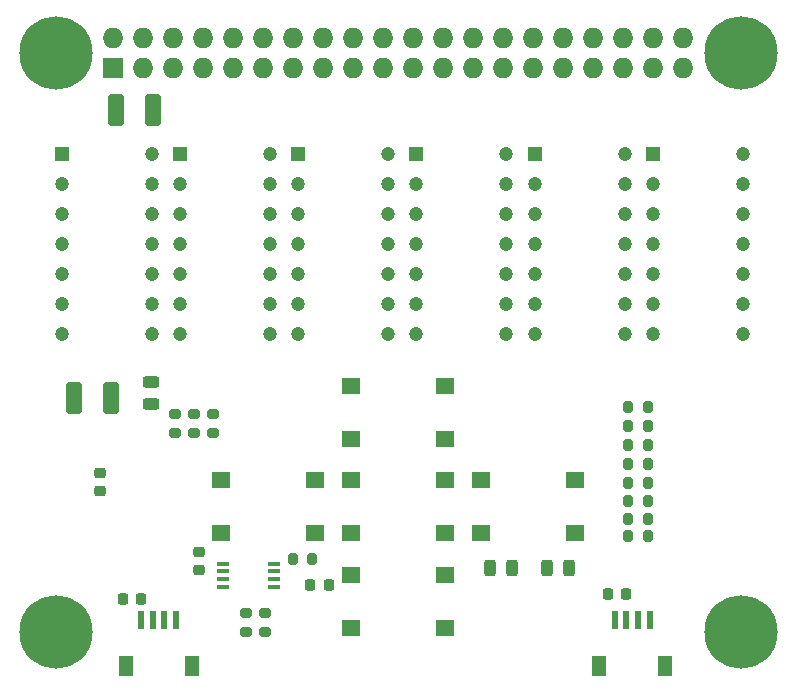
<source format=gts>
%TF.GenerationSoftware,KiCad,Pcbnew,7.0.8*%
%TF.CreationDate,2023-11-07T21:40:39+02:00*%
%TF.ProjectId,ltp_kikad,6c74705f-6b69-46b6-9164-2e6b69636164,rev?*%
%TF.SameCoordinates,Original*%
%TF.FileFunction,Soldermask,Top*%
%TF.FilePolarity,Negative*%
%FSLAX46Y46*%
G04 Gerber Fmt 4.6, Leading zero omitted, Abs format (unit mm)*
G04 Created by KiCad (PCBNEW 7.0.8) date 2023-11-07 21:40:39*
%MOMM*%
%LPD*%
G01*
G04 APERTURE LIST*
G04 Aperture macros list*
%AMRoundRect*
0 Rectangle with rounded corners*
0 $1 Rounding radius*
0 $2 $3 $4 $5 $6 $7 $8 $9 X,Y pos of 4 corners*
0 Add a 4 corners polygon primitive as box body*
4,1,4,$2,$3,$4,$5,$6,$7,$8,$9,$2,$3,0*
0 Add four circle primitives for the rounded corners*
1,1,$1+$1,$2,$3*
1,1,$1+$1,$4,$5*
1,1,$1+$1,$6,$7*
1,1,$1+$1,$8,$9*
0 Add four rect primitives between the rounded corners*
20,1,$1+$1,$2,$3,$4,$5,0*
20,1,$1+$1,$4,$5,$6,$7,0*
20,1,$1+$1,$6,$7,$8,$9,0*
20,1,$1+$1,$8,$9,$2,$3,0*%
G04 Aperture macros list end*
%ADD10R,1.200000X1.200000*%
%ADD11C,1.200000*%
%ADD12R,1.600000X1.400000*%
%ADD13RoundRect,0.225000X0.225000X0.250000X-0.225000X0.250000X-0.225000X-0.250000X0.225000X-0.250000X0*%
%ADD14R,0.600000X1.550000*%
%ADD15R,1.200000X1.800000*%
%ADD16RoundRect,0.243750X0.243750X0.456250X-0.243750X0.456250X-0.243750X-0.456250X0.243750X-0.456250X0*%
%ADD17RoundRect,0.243750X-0.243750X-0.456250X0.243750X-0.456250X0.243750X0.456250X-0.243750X0.456250X0*%
%ADD18RoundRect,0.200000X-0.275000X0.200000X-0.275000X-0.200000X0.275000X-0.200000X0.275000X0.200000X0*%
%ADD19RoundRect,0.225000X0.250000X-0.225000X0.250000X0.225000X-0.250000X0.225000X-0.250000X-0.225000X0*%
%ADD20C,6.200000*%
%ADD21RoundRect,0.200000X-0.200000X-0.275000X0.200000X-0.275000X0.200000X0.275000X-0.200000X0.275000X0*%
%ADD22RoundRect,0.250000X0.412500X1.100000X-0.412500X1.100000X-0.412500X-1.100000X0.412500X-1.100000X0*%
%ADD23RoundRect,0.225000X-0.225000X-0.250000X0.225000X-0.250000X0.225000X0.250000X-0.225000X0.250000X0*%
%ADD24R,1.727200X1.727200*%
%ADD25O,1.727200X1.727200*%
%ADD26R,1.100000X0.400000*%
%ADD27RoundRect,0.200000X0.200000X0.275000X-0.200000X0.275000X-0.200000X-0.275000X0.200000X-0.275000X0*%
%ADD28RoundRect,0.243750X0.456250X-0.243750X0.456250X0.243750X-0.456250X0.243750X-0.456250X-0.243750X0*%
G04 APERTURE END LIST*
D10*
%TO.C,DS6*%
X173017000Y-65150000D03*
D11*
X173017000Y-67690000D03*
X173017000Y-70230000D03*
X173017000Y-72770000D03*
X173017000Y-75310000D03*
X173017000Y-77850000D03*
X173017000Y-80390000D03*
X180637000Y-80390000D03*
X180637000Y-77850000D03*
X180637000Y-75310000D03*
X180637000Y-72770000D03*
X180637000Y-70230000D03*
X180637000Y-67690000D03*
X180637000Y-65150000D03*
%TD*%
D10*
%TO.C,DS3*%
X143017000Y-65149600D03*
D11*
X143017000Y-67689600D03*
X143017000Y-70229600D03*
X143017000Y-72769600D03*
X143017000Y-75309600D03*
X143017000Y-77849600D03*
X143017000Y-80389600D03*
X150637000Y-80389600D03*
X150637000Y-77849600D03*
X150637000Y-75309600D03*
X150637000Y-72769600D03*
X150637000Y-70229600D03*
X150637000Y-67689600D03*
X150637000Y-65149600D03*
%TD*%
D12*
%TO.C,SW4*%
X147460000Y-92750000D03*
X155460000Y-92750000D03*
X147460000Y-97250000D03*
X155460000Y-97250000D03*
%TD*%
D13*
%TO.C,C10*%
X170762000Y-102400000D03*
X169212000Y-102400000D03*
%TD*%
D14*
%TO.C,J3*%
X129687000Y-104600000D03*
X130687000Y-104600000D03*
X131687000Y-104600000D03*
X132687000Y-104600000D03*
D15*
X128387000Y-108475000D03*
X133987000Y-108475000D03*
%TD*%
D16*
%TO.C,D2*%
X165924500Y-100200000D03*
X164049500Y-100200000D03*
%TD*%
D17*
%TO.C,D3*%
X159249500Y-100200000D03*
X161124500Y-100200000D03*
%TD*%
D18*
%TO.C,R13*%
X138587000Y-104000000D03*
X138587000Y-105650000D03*
%TD*%
D19*
%TO.C,C8*%
X126187000Y-93675000D03*
X126187000Y-92125000D03*
%TD*%
D20*
%TO.C,*%
X122466800Y-105572200D03*
%TD*%
%TO.C,*%
X180466800Y-56572200D03*
%TD*%
D12*
%TO.C,SW5*%
X136460000Y-92750000D03*
X144460000Y-92750000D03*
X136460000Y-97250000D03*
X144460000Y-97250000D03*
%TD*%
D18*
%TO.C,R15*%
X140187000Y-104000000D03*
X140187000Y-105650000D03*
%TD*%
%TO.C,R2*%
X135787000Y-87125000D03*
X135787000Y-88775000D03*
%TD*%
D10*
%TO.C,DS5*%
X163017000Y-65150000D03*
D11*
X163017000Y-67690000D03*
X163017000Y-70230000D03*
X163017000Y-72770000D03*
X163017000Y-75310000D03*
X163017000Y-77850000D03*
X163017000Y-80390000D03*
X170637000Y-80390000D03*
X170637000Y-77850000D03*
X170637000Y-75310000D03*
X170637000Y-72770000D03*
X170637000Y-70230000D03*
X170637000Y-67690000D03*
X170637000Y-65150000D03*
%TD*%
D21*
%TO.C,R6*%
X170962000Y-89800000D03*
X172612000Y-89800000D03*
%TD*%
%TO.C,R9*%
X170962000Y-94500000D03*
X172612000Y-94500000D03*
%TD*%
D20*
%TO.C,*%
X180466800Y-105572200D03*
%TD*%
D10*
%TO.C,DS2*%
X133017000Y-65150000D03*
D11*
X133017000Y-67690000D03*
X133017000Y-70230000D03*
X133017000Y-72770000D03*
X133017000Y-75310000D03*
X133017000Y-77850000D03*
X133017000Y-80390000D03*
X140637000Y-80390000D03*
X140637000Y-77850000D03*
X140637000Y-75310000D03*
X140637000Y-72770000D03*
X140637000Y-70230000D03*
X140637000Y-67690000D03*
X140637000Y-65150000D03*
%TD*%
D10*
%TO.C,DS1*%
X123017000Y-65150000D03*
D11*
X123017000Y-67690000D03*
X123017000Y-70230000D03*
X123017000Y-72770000D03*
X123017000Y-75310000D03*
X123017000Y-77850000D03*
X123017000Y-80390000D03*
X130637000Y-80390000D03*
X130637000Y-77850000D03*
X130637000Y-75310000D03*
X130637000Y-72770000D03*
X130637000Y-70230000D03*
X130637000Y-67690000D03*
X130637000Y-65150000D03*
%TD*%
D18*
%TO.C,R3*%
X134187000Y-87150000D03*
X134187000Y-88800000D03*
%TD*%
D20*
%TO.C,*%
X122466800Y-56572200D03*
%TD*%
D12*
%TO.C,SW2*%
X147460000Y-84750000D03*
X155460000Y-84750000D03*
X147460000Y-89250000D03*
X155460000Y-89250000D03*
%TD*%
D22*
%TO.C,C6*%
X127149500Y-85800000D03*
X124024500Y-85800000D03*
%TD*%
D23*
%TO.C,C12*%
X144037000Y-101600000D03*
X145587000Y-101600000D03*
%TD*%
D12*
%TO.C,SW1*%
X158460000Y-92750000D03*
X166460000Y-92750000D03*
X158460000Y-97250000D03*
X166460000Y-97250000D03*
%TD*%
D19*
%TO.C,C11*%
X134587000Y-100350000D03*
X134587000Y-98800000D03*
%TD*%
D24*
%TO.C,J1*%
X127330000Y-57840000D03*
D25*
X127330000Y-55300000D03*
X129870000Y-57840000D03*
X129870000Y-55300000D03*
X132410000Y-57840000D03*
X132410000Y-55300000D03*
X134950000Y-57840000D03*
X134950000Y-55300000D03*
X137490000Y-57840000D03*
X137490000Y-55300000D03*
X140030000Y-57840000D03*
X140030000Y-55300000D03*
X142570000Y-57840000D03*
X142570000Y-55300000D03*
X145110000Y-57840000D03*
X145110000Y-55300000D03*
X147650000Y-57840000D03*
X147650000Y-55300000D03*
X150190000Y-57840000D03*
X150190000Y-55300000D03*
X152730000Y-57840000D03*
X152730000Y-55300000D03*
X155270000Y-57840000D03*
X155270000Y-55300000D03*
X157810000Y-57840000D03*
X157810000Y-55300000D03*
X160350000Y-57840000D03*
X160350000Y-55300000D03*
X162890000Y-57840000D03*
X162890000Y-55300000D03*
X165430000Y-57840000D03*
X165430000Y-55300000D03*
X167970000Y-57840000D03*
X167970000Y-55300000D03*
X170510000Y-57840000D03*
X170510000Y-55300000D03*
X173050000Y-57840000D03*
X173050000Y-55300000D03*
X175590000Y-57840000D03*
X175590000Y-55300000D03*
%TD*%
D26*
%TO.C,U1*%
X136637000Y-99825000D03*
X136637000Y-100475000D03*
X136637000Y-101125000D03*
X136637000Y-101775000D03*
X140937000Y-101775000D03*
X140937000Y-101125000D03*
X140937000Y-100475000D03*
X140937000Y-99825000D03*
%TD*%
D21*
%TO.C,R1*%
X170962000Y-91400000D03*
X172612000Y-91400000D03*
%TD*%
D27*
%TO.C,R16*%
X144212000Y-99400000D03*
X142562000Y-99400000D03*
%TD*%
D18*
%TO.C,R4*%
X132587000Y-87150000D03*
X132587000Y-88800000D03*
%TD*%
D22*
%TO.C,C7*%
X130749500Y-61400000D03*
X127624500Y-61400000D03*
%TD*%
D10*
%TO.C,DS4*%
X153017000Y-65149600D03*
D11*
X153017000Y-67689600D03*
X153017000Y-70229600D03*
X153017000Y-72769600D03*
X153017000Y-75309600D03*
X153017000Y-77849600D03*
X153017000Y-80389600D03*
X160637000Y-80389600D03*
X160637000Y-77849600D03*
X160637000Y-75309600D03*
X160637000Y-72769600D03*
X160637000Y-70229600D03*
X160637000Y-67689600D03*
X160637000Y-65149600D03*
%TD*%
D12*
%TO.C,SW3*%
X147460000Y-100750000D03*
X155460000Y-100750000D03*
X147460000Y-105250000D03*
X155460000Y-105250000D03*
%TD*%
D21*
%TO.C,R10*%
X170962000Y-96000000D03*
X172612000Y-96000000D03*
%TD*%
%TO.C,R5*%
X170962000Y-93000000D03*
X172612000Y-93000000D03*
%TD*%
D13*
%TO.C,C9*%
X129737000Y-102800000D03*
X128187000Y-102800000D03*
%TD*%
D14*
%TO.C,J2*%
X169800000Y-104600000D03*
X170800000Y-104600000D03*
X171800000Y-104600000D03*
X172800000Y-104600000D03*
D15*
X168500000Y-108475000D03*
X174100000Y-108475000D03*
%TD*%
D21*
%TO.C,R11*%
X170962000Y-97500000D03*
X172612000Y-97500000D03*
%TD*%
%TO.C,R7*%
X170962000Y-86600000D03*
X172612000Y-86600000D03*
%TD*%
D28*
%TO.C,D1*%
X130587000Y-86337500D03*
X130587000Y-84462500D03*
%TD*%
D21*
%TO.C,R8*%
X170962000Y-88200000D03*
X172612000Y-88200000D03*
%TD*%
M02*

</source>
